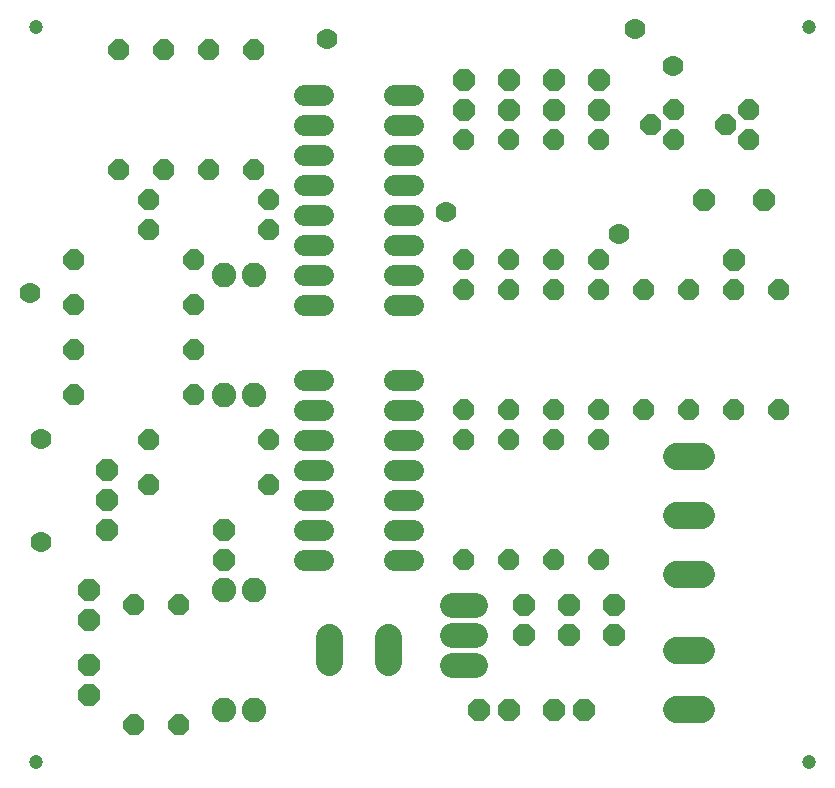
<source format=gbr>
G04 EAGLE Gerber RS-274X export*
G75*
%MOMM*%
%FSLAX34Y34*%
%LPD*%
%INSoldermask Top*%
%IPPOS*%
%AMOC8*
5,1,8,0,0,1.08239X$1,22.5*%
G01*
%ADD10C,1.203200*%
%ADD11C,2.286000*%
%ADD12P,1.951982X8X292.500000*%
%ADD13P,1.951982X8X112.500000*%
%ADD14P,1.951982X8X202.500000*%
%ADD15P,1.951982X8X22.500000*%
%ADD16C,2.082800*%
%ADD17C,1.778000*%
%ADD18C,2.082800*%
%ADD19P,2.034460X8X292.500000*%
%ADD20P,1.924489X8X112.500000*%
%ADD21P,1.924489X8X22.500000*%
%ADD22P,1.924489X8X292.500000*%
%ADD23P,1.924489X8X202.500000*%
%ADD24P,2.034460X8X22.500000*%
%ADD25C,1.765200*%


D10*
X196850Y641350D03*
X850900Y641350D03*
X850900Y19050D03*
X196850Y19050D03*
D11*
X444754Y103886D02*
X444754Y124714D01*
X495046Y124714D02*
X495046Y103886D01*
D12*
X673100Y596900D03*
X673100Y571500D03*
D13*
X609600Y127000D03*
X609600Y152400D03*
D12*
X647700Y152400D03*
X647700Y127000D03*
D13*
X635000Y571500D03*
X635000Y596900D03*
D14*
X660400Y63500D03*
X635000Y63500D03*
D15*
X571500Y63500D03*
X596900Y63500D03*
D13*
X685800Y127000D03*
X685800Y152400D03*
X558800Y571500D03*
X558800Y596900D03*
X596900Y571500D03*
X596900Y596900D03*
D12*
X241300Y165100D03*
X241300Y139700D03*
X241300Y101600D03*
X241300Y76200D03*
D16*
X381000Y431800D03*
X381000Y330200D03*
X355600Y431800D03*
X355600Y330200D03*
X381000Y63500D03*
X381000Y165100D03*
X355600Y63500D03*
X355600Y165100D03*
D17*
X500126Y406400D02*
X515874Y406400D01*
X515874Y431800D02*
X500126Y431800D01*
X500126Y558800D02*
X515874Y558800D01*
X515874Y584200D02*
X500126Y584200D01*
X500126Y457200D02*
X515874Y457200D01*
X515874Y482600D02*
X500126Y482600D01*
X500126Y533400D02*
X515874Y533400D01*
X515874Y508000D02*
X500126Y508000D01*
X439674Y584200D02*
X423926Y584200D01*
X423926Y558800D02*
X439674Y558800D01*
X439674Y533400D02*
X423926Y533400D01*
X423926Y508000D02*
X439674Y508000D01*
X439674Y482600D02*
X423926Y482600D01*
X423926Y457200D02*
X439674Y457200D01*
X439674Y431800D02*
X423926Y431800D01*
X423926Y406400D02*
X439674Y406400D01*
X500126Y190500D02*
X515874Y190500D01*
X515874Y215900D02*
X500126Y215900D01*
X500126Y342900D02*
X515874Y342900D01*
X439674Y342900D02*
X423926Y342900D01*
X500126Y241300D02*
X515874Y241300D01*
X515874Y266700D02*
X500126Y266700D01*
X500126Y317500D02*
X515874Y317500D01*
X515874Y292100D02*
X500126Y292100D01*
X439674Y317500D02*
X423926Y317500D01*
X423926Y292100D02*
X439674Y292100D01*
X439674Y266700D02*
X423926Y266700D01*
X423926Y241300D02*
X439674Y241300D01*
X439674Y215900D02*
X423926Y215900D01*
X423926Y190500D02*
X439674Y190500D01*
D18*
X549402Y101600D02*
X568198Y101600D01*
X568198Y127000D02*
X549402Y127000D01*
X549402Y152400D02*
X568198Y152400D01*
D19*
X355600Y215900D03*
X355600Y190500D03*
D20*
X825500Y317500D03*
X825500Y419100D03*
X635000Y317500D03*
X635000Y419100D03*
X673100Y317500D03*
X673100Y419100D03*
X558800Y444500D03*
X558800Y546100D03*
D21*
X228600Y406400D03*
X330200Y406400D03*
D22*
X342900Y622300D03*
X342900Y520700D03*
X381000Y622300D03*
X381000Y520700D03*
D21*
X292100Y469900D03*
X393700Y469900D03*
X292100Y254000D03*
X393700Y254000D03*
X292100Y292100D03*
X393700Y292100D03*
D23*
X330200Y444500D03*
X228600Y444500D03*
D22*
X787400Y419100D03*
X787400Y317500D03*
X317500Y152400D03*
X317500Y50800D03*
D21*
X228600Y330200D03*
X330200Y330200D03*
D23*
X393700Y495300D03*
X292100Y495300D03*
D21*
X228600Y368300D03*
X330200Y368300D03*
D20*
X596900Y444500D03*
X596900Y546100D03*
D22*
X558800Y419100D03*
X558800Y317500D03*
D20*
X635000Y444500D03*
X635000Y546100D03*
X673100Y444500D03*
X673100Y546100D03*
X279400Y50800D03*
X279400Y152400D03*
X266700Y520700D03*
X266700Y622300D03*
D22*
X749300Y419100D03*
X749300Y317500D03*
X304800Y622300D03*
X304800Y520700D03*
D24*
X762000Y495300D03*
X812800Y495300D03*
X787400Y444500D03*
D19*
X257175Y215900D03*
X257175Y266700D03*
X257175Y241300D03*
D20*
X711200Y317500D03*
X711200Y419100D03*
D22*
X673100Y292100D03*
X673100Y190500D03*
D20*
X558800Y190500D03*
X558800Y292100D03*
X596900Y190500D03*
X596900Y292100D03*
X635000Y190500D03*
X635000Y292100D03*
X596900Y317500D03*
X596900Y419100D03*
X736600Y571500D03*
X717550Y558800D03*
X736600Y546100D03*
X800100Y571500D03*
X781050Y558800D03*
X800100Y546100D03*
D11*
X759714Y178562D02*
X738886Y178562D01*
X738886Y228600D02*
X759714Y228600D01*
X759714Y278638D02*
X738886Y278638D01*
X738886Y63754D02*
X759714Y63754D01*
X759714Y114046D02*
X738886Y114046D01*
D25*
X690372Y466344D03*
X544068Y484632D03*
X201168Y292608D03*
X201168Y205740D03*
X192024Y416052D03*
X736092Y608076D03*
X704088Y640080D03*
X443484Y630936D03*
M02*

</source>
